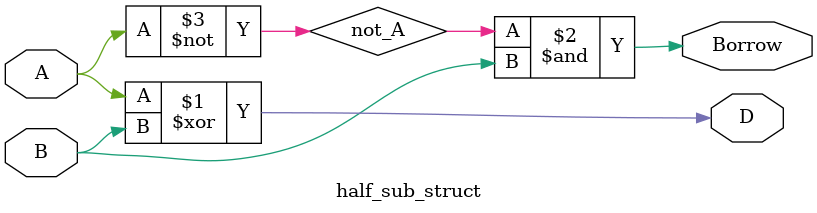
<source format=v>
module half_sub_struct(
    input A,      // Minuendo
    input B,      // Subtraendo
    output D,     // Diferença (A - B)
    output Borrow // Empréstimo
);
    // Declaração de fios internos
    wire not_A; // ~A
    wire A_xor_B; // A XOR B
    // Porta NOT
    not u1(not_A, A);
    // Porta XOR para diferença
    xor u2(D, A, B);
    // Porta AND para empréstimo
    and u3(Borrow, not_A, B);
endmodule

</source>
